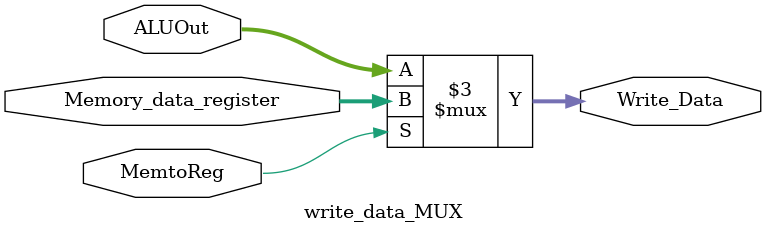
<source format=v>
`timescale 1ns / 1ps


module write_data_MUX(input [31:0] ALUOut, input [31:0] Memory_data_register, input MemtoReg, output reg [31:0] Write_Data);

always@(*)
begin
    if(MemtoReg)
        Write_Data <= Memory_data_register;
    else
        Write_Data <= ALUOut;
end
endmodule

</source>
